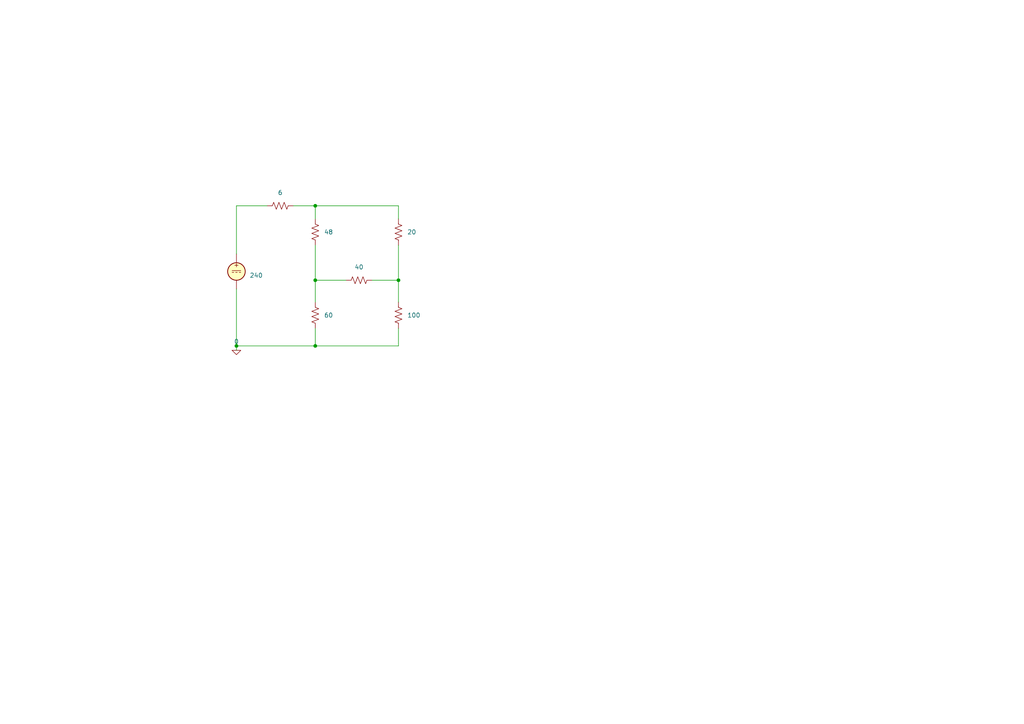
<source format=kicad_sch>
(kicad_sch (version 20250114) (generator "eeschema") (generator_version "9.0")
  (paper "A4")
  (lib_symbols
    (symbol "Device:R_US" (pin_numbers (hide yes)) (pin_names (offset 0))
      (property "Reference" "R" (at 2.54 0 90))
      (property "Value" "R_US" (at -2.54 0 90))
      (symbol "R_US_0_1"
        (polyline (pts (xy 0 2.286) (xy 0 2.54)))
        (polyline (pts (xy 0 2.286) (xy 1.016 1.905) (xy 0 1.524) (xy -1.016 1.143) (xy 0 0.762)))
        (polyline (pts (xy 0 0.762) (xy 1.016 0.381) (xy 0 0) (xy -1.016 -0.381) (xy 0 -0.762)))
        (polyline (pts (xy 0 -0.762) (xy 1.016 -1.143) (xy 0 -1.524) (xy -1.016 -1.905) (xy 0 -2.286)))
        (polyline (pts (xy 0 -2.286) (xy 0 -2.54)))
      )
      (symbol "R_US_1_1"
        (pin passive line (at 0 3.81 270) (length 1.27) (name "~") (number "1"))
        (pin passive line (at 0 -3.81 90) (length 1.27) (name "~") (number "2"))
      )
    )
    (symbol "Simulation_SPICE:0" (power) (pin_numbers (hide yes)) (pin_names (offset 0) (hide yes))
      (property "Value" "0" (at 0 -2.54 0))
      (symbol "0_0_1"
        (polyline (pts (xy -1.27 0) (xy 0 -1.27) (xy 1.27 0) (xy -1.27 0)))
      )
      (symbol "0_1_1"
        (pin power_in line (at 0 0 0) (length 0) (name "~") (number "1"))
      )
    )
    (symbol "Simulation_SPICE:VDC" (pin_numbers (hide yes)) (pin_names (offset 0.0254))
      (property "Reference" "V" (at 2.54 2.54 0))
      (property "Value" "1" (at 2.54 0 0))
      (symbol "VDC_0_0"
        (polyline (pts (xy -1.27 0.254) (xy 1.27 0.254)))
        (polyline (pts (xy -0.762 -0.254) (xy -1.27 -0.254)))
        (polyline (pts (xy 0.254 -0.254) (xy -0.254 -0.254)))
        (polyline (pts (xy 1.27 -0.254) (xy 0.762 -0.254)))
        (text "+" (at 0 1.905 0) (effects (font (size 1.27 1.27))))
      )
      (symbol "VDC_0_1"
        (circle (center 0 0) (radius 2.54) (stroke (width 0.254)) (fill (type background)))
      )
      (symbol "VDC_1_1"
        (pin passive line (at 0 5.08 270) (length 2.54) (name "~") (number "1"))
        (pin passive line (at 0 -5.08 90) (length 2.54) (name "~") (number "2"))
      )
    )
  )
  (junction (at 68.58 100.33))
  (junction (at 115.57 81.28))
  (junction (at 91.44 59.69))
  (junction (at 91.44 81.28))
  (junction (at 91.44 100.33))
  (wire (pts (xy 115.57 100.33) (xy 91.44 100.33)))
  (wire (pts (xy 91.44 81.28) (xy 100.33 81.28)))
  (wire (pts (xy 91.44 59.69) (xy 91.44 63.5)))
  (wire (pts (xy 68.58 83.82) (xy 68.58 100.33)))
  (wire (pts (xy 115.57 81.28) (xy 115.57 87.63)))
  (wire (pts (xy 115.57 95.25) (xy 115.57 100.33)))
  (wire (pts (xy 91.44 95.25) (xy 91.44 100.33)))
  (wire (pts (xy 91.44 81.28) (xy 91.44 87.63)))
  (wire (pts (xy 115.57 71.12) (xy 115.57 81.28)))
  (wire (pts (xy 115.57 63.5) (xy 115.57 59.69)))
  (wire (pts (xy 68.58 73.66) (xy 68.58 59.69)))
  (wire (pts (xy 91.44 100.33) (xy 68.58 100.33)))
  (wire (pts (xy 107.95 81.28) (xy 115.57 81.28)))
  (wire (pts (xy 68.58 59.69) (xy 77.47 59.69)))
  (wire (pts (xy 68.58 100.33) (xy 68.58 101.6)))
  (wire (pts (xy 85.09 59.69) (xy 91.44 59.69)))
  (wire (pts (xy 115.57 59.69) (xy 91.44 59.69)))
  (wire (pts (xy 91.44 71.12) (xy 91.44 81.28)))
  (symbol (lib_id "Device:R_US") (at 91.44 91.44 180) (unit 1)
    (property "Reference" "R48" (effects (hide yes)))
    (property "Value" "60" (at 93.98 91.4399 0) (effects (justify right)))
    (property "Description" "Resistor, US symbol" (effects (hide yes)))
  )
  (symbol (lib_id "Simulation_SPICE:0") (at 68.58 101.6 0) (unit 1)
    (property "Reference" "#GND014" (effects (hide yes)))
    (property "Value" "0" (at 68.58 99.06 0))
    (property "Datasheet" "https://ngspice.sourceforge.io/docs/ngspice-html-manual/manual.xhtml#subsec_Circuit_elements__device" (effects (hide yes)))
    (property "Description" "0V reference potential for simulation" (effects (hide yes)))
  )
  (symbol (lib_id "Device:R_US") (at 91.44 67.31 180) (unit 1)
    (property "Reference" "R46" (effects (hide yes)))
    (property "Value" "48" (at 93.98 67.3099 0) (effects (justify right)))
    (property "Description" "Resistor, US symbol" (effects (hide yes)))
  )
  (symbol (lib_id "Device:R_US") (at 81.28 59.69 270) (unit 1)
    (property "Reference" "R51" (effects (hide yes)))
    (property "Value" "6" (at 81.28 55.88 90))
    (property "Description" "Resistor, US symbol" (effects (hide yes)))
  )
  (symbol (lib_id "Simulation_SPICE:VDC") (at 68.58 78.74 0) (unit 1)
    (property "Reference" "V17" (effects (hide yes)))
    (property "Value" "240" (at 72.39 79.8801 0) (effects (justify left)))
    (property "Datasheet" "https://ngspice.sourceforge.io/docs/ngspice-html-manual/manual.xhtml#sec_Independent_Sources_for" (effects (hide yes)))
    (property "Description" "Voltage source, DC" (effects (hide yes)))
    (property "Sim.Pins" "1=+ 2=-" (effects (hide yes)))
    (property "Sim.Type" "DC" (effects (hide yes)))
    (property "Sim.Device" "V" (effects (hide yes)))
  )
  (symbol (lib_id "Device:R_US") (at 115.57 67.31 180) (unit 1)
    (property "Reference" "R47" (effects (hide yes)))
    (property "Value" "20" (at 118.11 67.3099 0) (effects (justify right)))
    (property "Description" "Resistor, US symbol" (effects (hide yes)))
  )
  (symbol (lib_id "Device:R_US") (at 104.14 81.28 270) (unit 1)
    (property "Reference" "R50" (effects (hide yes)))
    (property "Value" "40" (at 104.14 77.47 90))
    (property "Description" "Resistor, US symbol" (effects (hide yes)))
  )
  (symbol (lib_id "Device:R_US") (at 115.57 91.44 180) (unit 1)
    (property "Reference" "R49" (effects (hide yes)))
    (property "Value" "100" (at 118.11 91.4399 0) (effects (justify right)))
    (property "Description" "Resistor, US symbol" (effects (hide yes)))
  )
)
</source>
